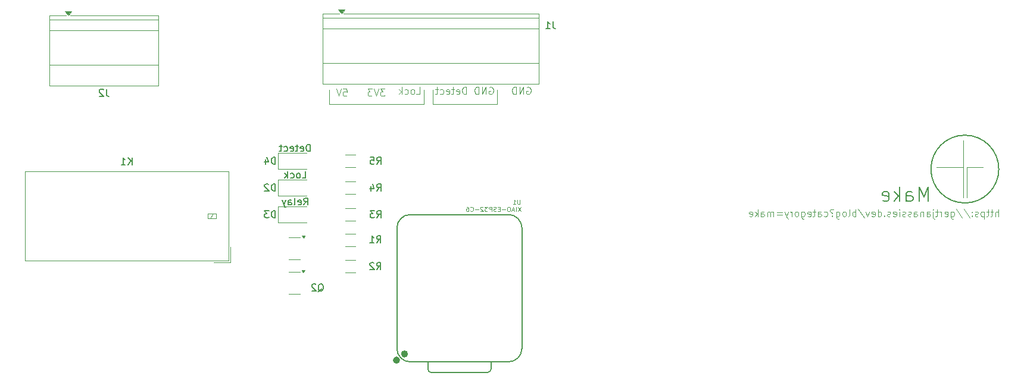
<source format=gbo>
%TF.GenerationSoftware,KiCad,Pcbnew,9.0.2*%
%TF.CreationDate,2025-08-20T17:26:38+02:00*%
%TF.ProjectId,esp32c6-charger,65737033-3263-4362-9d63-686172676572,rev?*%
%TF.SameCoordinates,Original*%
%TF.FileFunction,Legend,Bot*%
%TF.FilePolarity,Positive*%
%FSLAX45Y45*%
G04 Gerber Fmt 4.5, Leading zero omitted, Abs format (unit mm)*
G04 Created by KiCad (PCBNEW 9.0.2) date 2025-08-20 17:26:38*
%MOMM*%
%LPD*%
G01*
G04 APERTURE LIST*
%ADD10C,0.100000*%
%ADD11C,0.200000*%
%ADD12C,0.101600*%
%ADD13C,0.150000*%
%ADD14C,0.127000*%
%ADD15C,0.504000*%
%ADD16C,0.120000*%
G04 APERTURE END LIST*
D10*
X21361400Y-11214100D02*
X21361400Y-11645900D01*
D11*
X21818600Y-11239500D02*
G75*
G02*
X20853400Y-11239500I-482600J0D01*
G01*
X20853400Y-11239500D02*
G75*
G02*
X21818600Y-11239500I482600J0D01*
G01*
D10*
X21310600Y-10833100D02*
X21310600Y-11645900D01*
X13639800Y-10312400D02*
X13639800Y-10109200D01*
X21310600Y-11214100D02*
X20929600Y-11214100D01*
X14681200Y-10312400D02*
X13766800Y-10312400D01*
X14681200Y-10312400D02*
X14681200Y-10109200D01*
X21361400Y-11214100D02*
X21590000Y-11214100D01*
X13639800Y-10312400D02*
X13157200Y-10312400D01*
X12293600Y-10312400D02*
X13157200Y-10312400D01*
X12293600Y-10312400D02*
X12293600Y-10109200D01*
X13766800Y-10312400D02*
X13766800Y-10109200D01*
X14573031Y-10077404D02*
X14582554Y-10072642D01*
X14582554Y-10072642D02*
X14596840Y-10072642D01*
X14596840Y-10072642D02*
X14611126Y-10077404D01*
X14611126Y-10077404D02*
X14620650Y-10086928D01*
X14620650Y-10086928D02*
X14625411Y-10096451D01*
X14625411Y-10096451D02*
X14630173Y-10115499D01*
X14630173Y-10115499D02*
X14630173Y-10129785D01*
X14630173Y-10129785D02*
X14625411Y-10148832D01*
X14625411Y-10148832D02*
X14620650Y-10158356D01*
X14620650Y-10158356D02*
X14611126Y-10167880D01*
X14611126Y-10167880D02*
X14596840Y-10172642D01*
X14596840Y-10172642D02*
X14587316Y-10172642D01*
X14587316Y-10172642D02*
X14573031Y-10167880D01*
X14573031Y-10167880D02*
X14568269Y-10163118D01*
X14568269Y-10163118D02*
X14568269Y-10129785D01*
X14568269Y-10129785D02*
X14587316Y-10129785D01*
X14525411Y-10172642D02*
X14525411Y-10072642D01*
X14525411Y-10072642D02*
X14468269Y-10172642D01*
X14468269Y-10172642D02*
X14468269Y-10072642D01*
X14420650Y-10172642D02*
X14420650Y-10072642D01*
X14420650Y-10072642D02*
X14396840Y-10072642D01*
X14396840Y-10072642D02*
X14382554Y-10077404D01*
X14382554Y-10077404D02*
X14373031Y-10086928D01*
X14373031Y-10086928D02*
X14368269Y-10096451D01*
X14368269Y-10096451D02*
X14363507Y-10115499D01*
X14363507Y-10115499D02*
X14363507Y-10129785D01*
X14363507Y-10129785D02*
X14368269Y-10148832D01*
X14368269Y-10148832D02*
X14373031Y-10158356D01*
X14373031Y-10158356D02*
X14382554Y-10167880D01*
X14382554Y-10167880D02*
X14396840Y-10172642D01*
X14396840Y-10172642D02*
X14420650Y-10172642D01*
X14244411Y-10172642D02*
X14244411Y-10072642D01*
X14244411Y-10072642D02*
X14220602Y-10072642D01*
X14220602Y-10072642D02*
X14206316Y-10077404D01*
X14206316Y-10077404D02*
X14196792Y-10086928D01*
X14196792Y-10086928D02*
X14192031Y-10096451D01*
X14192031Y-10096451D02*
X14187269Y-10115499D01*
X14187269Y-10115499D02*
X14187269Y-10129785D01*
X14187269Y-10129785D02*
X14192031Y-10148832D01*
X14192031Y-10148832D02*
X14196792Y-10158356D01*
X14196792Y-10158356D02*
X14206316Y-10167880D01*
X14206316Y-10167880D02*
X14220602Y-10172642D01*
X14220602Y-10172642D02*
X14244411Y-10172642D01*
X14106316Y-10167880D02*
X14115840Y-10172642D01*
X14115840Y-10172642D02*
X14134888Y-10172642D01*
X14134888Y-10172642D02*
X14144411Y-10167880D01*
X14144411Y-10167880D02*
X14149173Y-10158356D01*
X14149173Y-10158356D02*
X14149173Y-10120261D01*
X14149173Y-10120261D02*
X14144411Y-10110737D01*
X14144411Y-10110737D02*
X14134888Y-10105975D01*
X14134888Y-10105975D02*
X14115840Y-10105975D01*
X14115840Y-10105975D02*
X14106316Y-10110737D01*
X14106316Y-10110737D02*
X14101554Y-10120261D01*
X14101554Y-10120261D02*
X14101554Y-10129785D01*
X14101554Y-10129785D02*
X14149173Y-10139309D01*
X14072983Y-10105975D02*
X14034888Y-10105975D01*
X14058697Y-10072642D02*
X14058697Y-10158356D01*
X14058697Y-10158356D02*
X14053935Y-10167880D01*
X14053935Y-10167880D02*
X14044411Y-10172642D01*
X14044411Y-10172642D02*
X14034888Y-10172642D01*
X13963459Y-10167880D02*
X13972983Y-10172642D01*
X13972983Y-10172642D02*
X13992030Y-10172642D01*
X13992030Y-10172642D02*
X14001554Y-10167880D01*
X14001554Y-10167880D02*
X14006316Y-10158356D01*
X14006316Y-10158356D02*
X14006316Y-10120261D01*
X14006316Y-10120261D02*
X14001554Y-10110737D01*
X14001554Y-10110737D02*
X13992030Y-10105975D01*
X13992030Y-10105975D02*
X13972983Y-10105975D01*
X13972983Y-10105975D02*
X13963459Y-10110737D01*
X13963459Y-10110737D02*
X13958697Y-10120261D01*
X13958697Y-10120261D02*
X13958697Y-10129785D01*
X13958697Y-10129785D02*
X14006316Y-10139309D01*
X13872983Y-10167880D02*
X13882507Y-10172642D01*
X13882507Y-10172642D02*
X13901554Y-10172642D01*
X13901554Y-10172642D02*
X13911078Y-10167880D01*
X13911078Y-10167880D02*
X13915840Y-10163118D01*
X13915840Y-10163118D02*
X13920602Y-10153594D01*
X13920602Y-10153594D02*
X13920602Y-10125023D01*
X13920602Y-10125023D02*
X13915840Y-10115499D01*
X13915840Y-10115499D02*
X13911078Y-10110737D01*
X13911078Y-10110737D02*
X13901554Y-10105975D01*
X13901554Y-10105975D02*
X13882507Y-10105975D01*
X13882507Y-10105975D02*
X13872983Y-10110737D01*
X13844411Y-10105975D02*
X13806316Y-10105975D01*
X13830126Y-10072642D02*
X13830126Y-10158356D01*
X13830126Y-10158356D02*
X13825364Y-10167880D01*
X13825364Y-10167880D02*
X13815840Y-10172642D01*
X13815840Y-10172642D02*
X13806316Y-10172642D01*
X12494992Y-10098042D02*
X12542611Y-10098042D01*
X12542611Y-10098042D02*
X12547373Y-10145661D01*
X12547373Y-10145661D02*
X12542611Y-10140899D01*
X12542611Y-10140899D02*
X12533088Y-10136137D01*
X12533088Y-10136137D02*
X12509278Y-10136137D01*
X12509278Y-10136137D02*
X12499754Y-10140899D01*
X12499754Y-10140899D02*
X12494992Y-10145661D01*
X12494992Y-10145661D02*
X12490231Y-10155185D01*
X12490231Y-10155185D02*
X12490231Y-10178994D01*
X12490231Y-10178994D02*
X12494992Y-10188518D01*
X12494992Y-10188518D02*
X12499754Y-10193280D01*
X12499754Y-10193280D02*
X12509278Y-10198042D01*
X12509278Y-10198042D02*
X12533088Y-10198042D01*
X12533088Y-10198042D02*
X12542611Y-10193280D01*
X12542611Y-10193280D02*
X12547373Y-10188518D01*
X12461659Y-10098042D02*
X12428326Y-10198042D01*
X12428326Y-10198042D02*
X12394992Y-10098042D01*
D11*
X20818023Y-11696584D02*
X20818023Y-11496584D01*
X20818023Y-11496584D02*
X20751356Y-11639441D01*
X20751356Y-11639441D02*
X20684690Y-11496584D01*
X20684690Y-11496584D02*
X20684690Y-11696584D01*
X20503737Y-11696584D02*
X20503737Y-11591822D01*
X20503737Y-11591822D02*
X20513261Y-11572774D01*
X20513261Y-11572774D02*
X20532309Y-11563250D01*
X20532309Y-11563250D02*
X20570404Y-11563250D01*
X20570404Y-11563250D02*
X20589452Y-11572774D01*
X20503737Y-11687060D02*
X20522785Y-11696584D01*
X20522785Y-11696584D02*
X20570404Y-11696584D01*
X20570404Y-11696584D02*
X20589452Y-11687060D01*
X20589452Y-11687060D02*
X20598976Y-11668012D01*
X20598976Y-11668012D02*
X20598976Y-11648965D01*
X20598976Y-11648965D02*
X20589452Y-11629917D01*
X20589452Y-11629917D02*
X20570404Y-11620393D01*
X20570404Y-11620393D02*
X20522785Y-11620393D01*
X20522785Y-11620393D02*
X20503737Y-11610869D01*
X20408499Y-11696584D02*
X20408499Y-11496584D01*
X20389452Y-11620393D02*
X20332309Y-11696584D01*
X20332309Y-11563250D02*
X20408499Y-11639441D01*
X20170404Y-11687060D02*
X20189452Y-11696584D01*
X20189452Y-11696584D02*
X20227547Y-11696584D01*
X20227547Y-11696584D02*
X20246595Y-11687060D01*
X20246595Y-11687060D02*
X20256118Y-11668012D01*
X20256118Y-11668012D02*
X20256118Y-11591822D01*
X20256118Y-11591822D02*
X20246595Y-11572774D01*
X20246595Y-11572774D02*
X20227547Y-11563250D01*
X20227547Y-11563250D02*
X20189452Y-11563250D01*
X20189452Y-11563250D02*
X20170404Y-11572774D01*
X20170404Y-11572774D02*
X20160880Y-11591822D01*
X20160880Y-11591822D02*
X20160880Y-11610869D01*
X20160880Y-11610869D02*
X20256118Y-11629917D01*
D10*
X13536392Y-10172642D02*
X13584011Y-10172642D01*
X13584011Y-10172642D02*
X13584011Y-10072642D01*
X13488773Y-10172642D02*
X13498297Y-10167880D01*
X13498297Y-10167880D02*
X13503059Y-10163118D01*
X13503059Y-10163118D02*
X13507821Y-10153594D01*
X13507821Y-10153594D02*
X13507821Y-10125023D01*
X13507821Y-10125023D02*
X13503059Y-10115499D01*
X13503059Y-10115499D02*
X13498297Y-10110737D01*
X13498297Y-10110737D02*
X13488773Y-10105975D01*
X13488773Y-10105975D02*
X13474488Y-10105975D01*
X13474488Y-10105975D02*
X13464964Y-10110737D01*
X13464964Y-10110737D02*
X13460202Y-10115499D01*
X13460202Y-10115499D02*
X13455440Y-10125023D01*
X13455440Y-10125023D02*
X13455440Y-10153594D01*
X13455440Y-10153594D02*
X13460202Y-10163118D01*
X13460202Y-10163118D02*
X13464964Y-10167880D01*
X13464964Y-10167880D02*
X13474488Y-10172642D01*
X13474488Y-10172642D02*
X13488773Y-10172642D01*
X13369726Y-10167880D02*
X13379250Y-10172642D01*
X13379250Y-10172642D02*
X13398297Y-10172642D01*
X13398297Y-10172642D02*
X13407821Y-10167880D01*
X13407821Y-10167880D02*
X13412583Y-10163118D01*
X13412583Y-10163118D02*
X13417345Y-10153594D01*
X13417345Y-10153594D02*
X13417345Y-10125023D01*
X13417345Y-10125023D02*
X13412583Y-10115499D01*
X13412583Y-10115499D02*
X13407821Y-10110737D01*
X13407821Y-10110737D02*
X13398297Y-10105975D01*
X13398297Y-10105975D02*
X13379250Y-10105975D01*
X13379250Y-10105975D02*
X13369726Y-10110737D01*
X13326869Y-10172642D02*
X13326869Y-10072642D01*
X13317345Y-10134547D02*
X13288773Y-10172642D01*
X13288773Y-10105975D02*
X13326869Y-10144070D01*
X21813612Y-11912542D02*
X21813612Y-11812542D01*
X21770754Y-11912542D02*
X21770754Y-11860161D01*
X21770754Y-11860161D02*
X21775516Y-11850637D01*
X21775516Y-11850637D02*
X21785040Y-11845875D01*
X21785040Y-11845875D02*
X21799326Y-11845875D01*
X21799326Y-11845875D02*
X21808850Y-11850637D01*
X21808850Y-11850637D02*
X21813612Y-11855399D01*
X21737421Y-11845875D02*
X21699326Y-11845875D01*
X21723135Y-11812542D02*
X21723135Y-11898256D01*
X21723135Y-11898256D02*
X21718373Y-11907780D01*
X21718373Y-11907780D02*
X21708850Y-11912542D01*
X21708850Y-11912542D02*
X21699326Y-11912542D01*
X21680278Y-11845875D02*
X21642183Y-11845875D01*
X21665992Y-11812542D02*
X21665992Y-11898256D01*
X21665992Y-11898256D02*
X21661231Y-11907780D01*
X21661231Y-11907780D02*
X21651707Y-11912542D01*
X21651707Y-11912542D02*
X21642183Y-11912542D01*
X21608850Y-11845875D02*
X21608850Y-11945875D01*
X21608850Y-11850637D02*
X21599326Y-11845875D01*
X21599326Y-11845875D02*
X21580278Y-11845875D01*
X21580278Y-11845875D02*
X21570754Y-11850637D01*
X21570754Y-11850637D02*
X21565992Y-11855399D01*
X21565992Y-11855399D02*
X21561231Y-11864923D01*
X21561231Y-11864923D02*
X21561231Y-11893494D01*
X21561231Y-11893494D02*
X21565992Y-11903018D01*
X21565992Y-11903018D02*
X21570754Y-11907780D01*
X21570754Y-11907780D02*
X21580278Y-11912542D01*
X21580278Y-11912542D02*
X21599326Y-11912542D01*
X21599326Y-11912542D02*
X21608850Y-11907780D01*
X21523135Y-11907780D02*
X21513611Y-11912542D01*
X21513611Y-11912542D02*
X21494564Y-11912542D01*
X21494564Y-11912542D02*
X21485040Y-11907780D01*
X21485040Y-11907780D02*
X21480278Y-11898256D01*
X21480278Y-11898256D02*
X21480278Y-11893494D01*
X21480278Y-11893494D02*
X21485040Y-11883970D01*
X21485040Y-11883970D02*
X21494564Y-11879208D01*
X21494564Y-11879208D02*
X21508850Y-11879208D01*
X21508850Y-11879208D02*
X21518373Y-11874447D01*
X21518373Y-11874447D02*
X21523135Y-11864923D01*
X21523135Y-11864923D02*
X21523135Y-11860161D01*
X21523135Y-11860161D02*
X21518373Y-11850637D01*
X21518373Y-11850637D02*
X21508850Y-11845875D01*
X21508850Y-11845875D02*
X21494564Y-11845875D01*
X21494564Y-11845875D02*
X21485040Y-11850637D01*
X21437421Y-11903018D02*
X21432659Y-11907780D01*
X21432659Y-11907780D02*
X21437421Y-11912542D01*
X21437421Y-11912542D02*
X21442183Y-11907780D01*
X21442183Y-11907780D02*
X21437421Y-11903018D01*
X21437421Y-11903018D02*
X21437421Y-11912542D01*
X21437421Y-11850637D02*
X21432659Y-11855399D01*
X21432659Y-11855399D02*
X21437421Y-11860161D01*
X21437421Y-11860161D02*
X21442183Y-11855399D01*
X21442183Y-11855399D02*
X21437421Y-11850637D01*
X21437421Y-11850637D02*
X21437421Y-11860161D01*
X21318373Y-11807780D02*
X21404088Y-11936351D01*
X21213612Y-11807780D02*
X21299326Y-11936351D01*
X21137421Y-11845875D02*
X21137421Y-11926828D01*
X21137421Y-11926828D02*
X21142183Y-11936351D01*
X21142183Y-11936351D02*
X21146945Y-11941113D01*
X21146945Y-11941113D02*
X21156469Y-11945875D01*
X21156469Y-11945875D02*
X21170754Y-11945875D01*
X21170754Y-11945875D02*
X21180278Y-11941113D01*
X21137421Y-11907780D02*
X21146945Y-11912542D01*
X21146945Y-11912542D02*
X21165992Y-11912542D01*
X21165992Y-11912542D02*
X21175516Y-11907780D01*
X21175516Y-11907780D02*
X21180278Y-11903018D01*
X21180278Y-11903018D02*
X21185040Y-11893494D01*
X21185040Y-11893494D02*
X21185040Y-11864923D01*
X21185040Y-11864923D02*
X21180278Y-11855399D01*
X21180278Y-11855399D02*
X21175516Y-11850637D01*
X21175516Y-11850637D02*
X21165992Y-11845875D01*
X21165992Y-11845875D02*
X21146945Y-11845875D01*
X21146945Y-11845875D02*
X21137421Y-11850637D01*
X21051707Y-11907780D02*
X21061231Y-11912542D01*
X21061231Y-11912542D02*
X21080278Y-11912542D01*
X21080278Y-11912542D02*
X21089802Y-11907780D01*
X21089802Y-11907780D02*
X21094564Y-11898256D01*
X21094564Y-11898256D02*
X21094564Y-11860161D01*
X21094564Y-11860161D02*
X21089802Y-11850637D01*
X21089802Y-11850637D02*
X21080278Y-11845875D01*
X21080278Y-11845875D02*
X21061231Y-11845875D01*
X21061231Y-11845875D02*
X21051707Y-11850637D01*
X21051707Y-11850637D02*
X21046945Y-11860161D01*
X21046945Y-11860161D02*
X21046945Y-11869685D01*
X21046945Y-11869685D02*
X21094564Y-11879208D01*
X21004088Y-11912542D02*
X21004088Y-11845875D01*
X21004088Y-11864923D02*
X20999326Y-11855399D01*
X20999326Y-11855399D02*
X20994564Y-11850637D01*
X20994564Y-11850637D02*
X20985040Y-11845875D01*
X20985040Y-11845875D02*
X20975516Y-11845875D01*
X20956469Y-11845875D02*
X20918373Y-11845875D01*
X20942183Y-11812542D02*
X20942183Y-11898256D01*
X20942183Y-11898256D02*
X20937421Y-11907780D01*
X20937421Y-11907780D02*
X20927897Y-11912542D01*
X20927897Y-11912542D02*
X20918373Y-11912542D01*
X20885040Y-11845875D02*
X20885040Y-11931589D01*
X20885040Y-11931589D02*
X20889802Y-11941113D01*
X20889802Y-11941113D02*
X20899326Y-11945875D01*
X20899326Y-11945875D02*
X20904088Y-11945875D01*
X20885040Y-11812542D02*
X20889802Y-11817304D01*
X20889802Y-11817304D02*
X20885040Y-11822066D01*
X20885040Y-11822066D02*
X20880278Y-11817304D01*
X20880278Y-11817304D02*
X20885040Y-11812542D01*
X20885040Y-11812542D02*
X20885040Y-11822066D01*
X20794564Y-11912542D02*
X20794564Y-11860161D01*
X20794564Y-11860161D02*
X20799326Y-11850637D01*
X20799326Y-11850637D02*
X20808850Y-11845875D01*
X20808850Y-11845875D02*
X20827897Y-11845875D01*
X20827897Y-11845875D02*
X20837421Y-11850637D01*
X20794564Y-11907780D02*
X20804088Y-11912542D01*
X20804088Y-11912542D02*
X20827897Y-11912542D01*
X20827897Y-11912542D02*
X20837421Y-11907780D01*
X20837421Y-11907780D02*
X20842183Y-11898256D01*
X20842183Y-11898256D02*
X20842183Y-11888732D01*
X20842183Y-11888732D02*
X20837421Y-11879208D01*
X20837421Y-11879208D02*
X20827897Y-11874447D01*
X20827897Y-11874447D02*
X20804088Y-11874447D01*
X20804088Y-11874447D02*
X20794564Y-11869685D01*
X20746945Y-11845875D02*
X20746945Y-11912542D01*
X20746945Y-11855399D02*
X20742183Y-11850637D01*
X20742183Y-11850637D02*
X20732659Y-11845875D01*
X20732659Y-11845875D02*
X20718373Y-11845875D01*
X20718373Y-11845875D02*
X20708850Y-11850637D01*
X20708850Y-11850637D02*
X20704088Y-11860161D01*
X20704088Y-11860161D02*
X20704088Y-11912542D01*
X20613611Y-11912542D02*
X20613611Y-11860161D01*
X20613611Y-11860161D02*
X20618373Y-11850637D01*
X20618373Y-11850637D02*
X20627897Y-11845875D01*
X20627897Y-11845875D02*
X20646945Y-11845875D01*
X20646945Y-11845875D02*
X20656469Y-11850637D01*
X20613611Y-11907780D02*
X20623135Y-11912542D01*
X20623135Y-11912542D02*
X20646945Y-11912542D01*
X20646945Y-11912542D02*
X20656469Y-11907780D01*
X20656469Y-11907780D02*
X20661230Y-11898256D01*
X20661230Y-11898256D02*
X20661230Y-11888732D01*
X20661230Y-11888732D02*
X20656469Y-11879208D01*
X20656469Y-11879208D02*
X20646945Y-11874447D01*
X20646945Y-11874447D02*
X20623135Y-11874447D01*
X20623135Y-11874447D02*
X20613611Y-11869685D01*
X20570754Y-11907780D02*
X20561230Y-11912542D01*
X20561230Y-11912542D02*
X20542183Y-11912542D01*
X20542183Y-11912542D02*
X20532659Y-11907780D01*
X20532659Y-11907780D02*
X20527897Y-11898256D01*
X20527897Y-11898256D02*
X20527897Y-11893494D01*
X20527897Y-11893494D02*
X20532659Y-11883970D01*
X20532659Y-11883970D02*
X20542183Y-11879208D01*
X20542183Y-11879208D02*
X20556469Y-11879208D01*
X20556469Y-11879208D02*
X20565992Y-11874447D01*
X20565992Y-11874447D02*
X20570754Y-11864923D01*
X20570754Y-11864923D02*
X20570754Y-11860161D01*
X20570754Y-11860161D02*
X20565992Y-11850637D01*
X20565992Y-11850637D02*
X20556469Y-11845875D01*
X20556469Y-11845875D02*
X20542183Y-11845875D01*
X20542183Y-11845875D02*
X20532659Y-11850637D01*
X20489802Y-11907780D02*
X20480278Y-11912542D01*
X20480278Y-11912542D02*
X20461230Y-11912542D01*
X20461230Y-11912542D02*
X20451707Y-11907780D01*
X20451707Y-11907780D02*
X20446945Y-11898256D01*
X20446945Y-11898256D02*
X20446945Y-11893494D01*
X20446945Y-11893494D02*
X20451707Y-11883970D01*
X20451707Y-11883970D02*
X20461230Y-11879208D01*
X20461230Y-11879208D02*
X20475516Y-11879208D01*
X20475516Y-11879208D02*
X20485040Y-11874447D01*
X20485040Y-11874447D02*
X20489802Y-11864923D01*
X20489802Y-11864923D02*
X20489802Y-11860161D01*
X20489802Y-11860161D02*
X20485040Y-11850637D01*
X20485040Y-11850637D02*
X20475516Y-11845875D01*
X20475516Y-11845875D02*
X20461230Y-11845875D01*
X20461230Y-11845875D02*
X20451707Y-11850637D01*
X20404088Y-11912542D02*
X20404088Y-11845875D01*
X20404088Y-11812542D02*
X20408849Y-11817304D01*
X20408849Y-11817304D02*
X20404088Y-11822066D01*
X20404088Y-11822066D02*
X20399326Y-11817304D01*
X20399326Y-11817304D02*
X20404088Y-11812542D01*
X20404088Y-11812542D02*
X20404088Y-11822066D01*
X20318373Y-11907780D02*
X20327897Y-11912542D01*
X20327897Y-11912542D02*
X20346945Y-11912542D01*
X20346945Y-11912542D02*
X20356469Y-11907780D01*
X20356469Y-11907780D02*
X20361230Y-11898256D01*
X20361230Y-11898256D02*
X20361230Y-11860161D01*
X20361230Y-11860161D02*
X20356469Y-11850637D01*
X20356469Y-11850637D02*
X20346945Y-11845875D01*
X20346945Y-11845875D02*
X20327897Y-11845875D01*
X20327897Y-11845875D02*
X20318373Y-11850637D01*
X20318373Y-11850637D02*
X20313611Y-11860161D01*
X20313611Y-11860161D02*
X20313611Y-11869685D01*
X20313611Y-11869685D02*
X20361230Y-11879208D01*
X20275516Y-11907780D02*
X20265992Y-11912542D01*
X20265992Y-11912542D02*
X20246945Y-11912542D01*
X20246945Y-11912542D02*
X20237421Y-11907780D01*
X20237421Y-11907780D02*
X20232659Y-11898256D01*
X20232659Y-11898256D02*
X20232659Y-11893494D01*
X20232659Y-11893494D02*
X20237421Y-11883970D01*
X20237421Y-11883970D02*
X20246945Y-11879208D01*
X20246945Y-11879208D02*
X20261230Y-11879208D01*
X20261230Y-11879208D02*
X20270754Y-11874447D01*
X20270754Y-11874447D02*
X20275516Y-11864923D01*
X20275516Y-11864923D02*
X20275516Y-11860161D01*
X20275516Y-11860161D02*
X20270754Y-11850637D01*
X20270754Y-11850637D02*
X20261230Y-11845875D01*
X20261230Y-11845875D02*
X20246945Y-11845875D01*
X20246945Y-11845875D02*
X20237421Y-11850637D01*
X20189802Y-11903018D02*
X20185040Y-11907780D01*
X20185040Y-11907780D02*
X20189802Y-11912542D01*
X20189802Y-11912542D02*
X20194564Y-11907780D01*
X20194564Y-11907780D02*
X20189802Y-11903018D01*
X20189802Y-11903018D02*
X20189802Y-11912542D01*
X20099326Y-11912542D02*
X20099326Y-11812542D01*
X20099326Y-11907780D02*
X20108850Y-11912542D01*
X20108850Y-11912542D02*
X20127897Y-11912542D01*
X20127897Y-11912542D02*
X20137421Y-11907780D01*
X20137421Y-11907780D02*
X20142183Y-11903018D01*
X20142183Y-11903018D02*
X20146945Y-11893494D01*
X20146945Y-11893494D02*
X20146945Y-11864923D01*
X20146945Y-11864923D02*
X20142183Y-11855399D01*
X20142183Y-11855399D02*
X20137421Y-11850637D01*
X20137421Y-11850637D02*
X20127897Y-11845875D01*
X20127897Y-11845875D02*
X20108850Y-11845875D01*
X20108850Y-11845875D02*
X20099326Y-11850637D01*
X20013611Y-11907780D02*
X20023135Y-11912542D01*
X20023135Y-11912542D02*
X20042183Y-11912542D01*
X20042183Y-11912542D02*
X20051707Y-11907780D01*
X20051707Y-11907780D02*
X20056469Y-11898256D01*
X20056469Y-11898256D02*
X20056469Y-11860161D01*
X20056469Y-11860161D02*
X20051707Y-11850637D01*
X20051707Y-11850637D02*
X20042183Y-11845875D01*
X20042183Y-11845875D02*
X20023135Y-11845875D01*
X20023135Y-11845875D02*
X20013611Y-11850637D01*
X20013611Y-11850637D02*
X20008850Y-11860161D01*
X20008850Y-11860161D02*
X20008850Y-11869685D01*
X20008850Y-11869685D02*
X20056469Y-11879208D01*
X19975516Y-11845875D02*
X19951707Y-11912542D01*
X19951707Y-11912542D02*
X19927897Y-11845875D01*
X19818373Y-11807780D02*
X19904088Y-11936351D01*
X19785040Y-11912542D02*
X19785040Y-11812542D01*
X19785040Y-11850637D02*
X19775516Y-11845875D01*
X19775516Y-11845875D02*
X19756469Y-11845875D01*
X19756469Y-11845875D02*
X19746945Y-11850637D01*
X19746945Y-11850637D02*
X19742183Y-11855399D01*
X19742183Y-11855399D02*
X19737421Y-11864923D01*
X19737421Y-11864923D02*
X19737421Y-11893494D01*
X19737421Y-11893494D02*
X19742183Y-11903018D01*
X19742183Y-11903018D02*
X19746945Y-11907780D01*
X19746945Y-11907780D02*
X19756469Y-11912542D01*
X19756469Y-11912542D02*
X19775516Y-11912542D01*
X19775516Y-11912542D02*
X19785040Y-11907780D01*
X19680278Y-11912542D02*
X19689802Y-11907780D01*
X19689802Y-11907780D02*
X19694564Y-11898256D01*
X19694564Y-11898256D02*
X19694564Y-11812542D01*
X19627897Y-11912542D02*
X19637421Y-11907780D01*
X19637421Y-11907780D02*
X19642183Y-11903018D01*
X19642183Y-11903018D02*
X19646945Y-11893494D01*
X19646945Y-11893494D02*
X19646945Y-11864923D01*
X19646945Y-11864923D02*
X19642183Y-11855399D01*
X19642183Y-11855399D02*
X19637421Y-11850637D01*
X19637421Y-11850637D02*
X19627897Y-11845875D01*
X19627897Y-11845875D02*
X19613611Y-11845875D01*
X19613611Y-11845875D02*
X19604088Y-11850637D01*
X19604088Y-11850637D02*
X19599326Y-11855399D01*
X19599326Y-11855399D02*
X19594564Y-11864923D01*
X19594564Y-11864923D02*
X19594564Y-11893494D01*
X19594564Y-11893494D02*
X19599326Y-11903018D01*
X19599326Y-11903018D02*
X19604088Y-11907780D01*
X19604088Y-11907780D02*
X19613611Y-11912542D01*
X19613611Y-11912542D02*
X19627897Y-11912542D01*
X19508849Y-11845875D02*
X19508849Y-11926828D01*
X19508849Y-11926828D02*
X19513611Y-11936351D01*
X19513611Y-11936351D02*
X19518373Y-11941113D01*
X19518373Y-11941113D02*
X19527897Y-11945875D01*
X19527897Y-11945875D02*
X19542183Y-11945875D01*
X19542183Y-11945875D02*
X19551707Y-11941113D01*
X19508849Y-11907780D02*
X19518373Y-11912542D01*
X19518373Y-11912542D02*
X19537421Y-11912542D01*
X19537421Y-11912542D02*
X19546945Y-11907780D01*
X19546945Y-11907780D02*
X19551707Y-11903018D01*
X19551707Y-11903018D02*
X19556468Y-11893494D01*
X19556468Y-11893494D02*
X19556468Y-11864923D01*
X19556468Y-11864923D02*
X19551707Y-11855399D01*
X19551707Y-11855399D02*
X19546945Y-11850637D01*
X19546945Y-11850637D02*
X19537421Y-11845875D01*
X19537421Y-11845875D02*
X19518373Y-11845875D01*
X19518373Y-11845875D02*
X19508849Y-11850637D01*
X19446945Y-11903018D02*
X19442183Y-11907780D01*
X19442183Y-11907780D02*
X19446945Y-11912542D01*
X19446945Y-11912542D02*
X19451707Y-11907780D01*
X19451707Y-11907780D02*
X19446945Y-11903018D01*
X19446945Y-11903018D02*
X19446945Y-11912542D01*
X19465992Y-11817304D02*
X19456468Y-11812542D01*
X19456468Y-11812542D02*
X19432659Y-11812542D01*
X19432659Y-11812542D02*
X19423135Y-11817304D01*
X19423135Y-11817304D02*
X19418373Y-11826828D01*
X19418373Y-11826828D02*
X19418373Y-11836351D01*
X19418373Y-11836351D02*
X19423135Y-11845875D01*
X19423135Y-11845875D02*
X19427897Y-11850637D01*
X19427897Y-11850637D02*
X19437421Y-11855399D01*
X19437421Y-11855399D02*
X19442183Y-11860161D01*
X19442183Y-11860161D02*
X19446945Y-11869685D01*
X19446945Y-11869685D02*
X19446945Y-11874447D01*
X19332659Y-11907780D02*
X19342183Y-11912542D01*
X19342183Y-11912542D02*
X19361230Y-11912542D01*
X19361230Y-11912542D02*
X19370754Y-11907780D01*
X19370754Y-11907780D02*
X19375516Y-11903018D01*
X19375516Y-11903018D02*
X19380278Y-11893494D01*
X19380278Y-11893494D02*
X19380278Y-11864923D01*
X19380278Y-11864923D02*
X19375516Y-11855399D01*
X19375516Y-11855399D02*
X19370754Y-11850637D01*
X19370754Y-11850637D02*
X19361230Y-11845875D01*
X19361230Y-11845875D02*
X19342183Y-11845875D01*
X19342183Y-11845875D02*
X19332659Y-11850637D01*
X19246945Y-11912542D02*
X19246945Y-11860161D01*
X19246945Y-11860161D02*
X19251707Y-11850637D01*
X19251707Y-11850637D02*
X19261230Y-11845875D01*
X19261230Y-11845875D02*
X19280278Y-11845875D01*
X19280278Y-11845875D02*
X19289802Y-11850637D01*
X19246945Y-11907780D02*
X19256468Y-11912542D01*
X19256468Y-11912542D02*
X19280278Y-11912542D01*
X19280278Y-11912542D02*
X19289802Y-11907780D01*
X19289802Y-11907780D02*
X19294564Y-11898256D01*
X19294564Y-11898256D02*
X19294564Y-11888732D01*
X19294564Y-11888732D02*
X19289802Y-11879208D01*
X19289802Y-11879208D02*
X19280278Y-11874447D01*
X19280278Y-11874447D02*
X19256468Y-11874447D01*
X19256468Y-11874447D02*
X19246945Y-11869685D01*
X19213611Y-11845875D02*
X19175516Y-11845875D01*
X19199326Y-11812542D02*
X19199326Y-11898256D01*
X19199326Y-11898256D02*
X19194564Y-11907780D01*
X19194564Y-11907780D02*
X19185040Y-11912542D01*
X19185040Y-11912542D02*
X19175516Y-11912542D01*
X19104087Y-11907780D02*
X19113611Y-11912542D01*
X19113611Y-11912542D02*
X19132659Y-11912542D01*
X19132659Y-11912542D02*
X19142183Y-11907780D01*
X19142183Y-11907780D02*
X19146945Y-11898256D01*
X19146945Y-11898256D02*
X19146945Y-11860161D01*
X19146945Y-11860161D02*
X19142183Y-11850637D01*
X19142183Y-11850637D02*
X19132659Y-11845875D01*
X19132659Y-11845875D02*
X19113611Y-11845875D01*
X19113611Y-11845875D02*
X19104087Y-11850637D01*
X19104087Y-11850637D02*
X19099326Y-11860161D01*
X19099326Y-11860161D02*
X19099326Y-11869685D01*
X19099326Y-11869685D02*
X19146945Y-11879208D01*
X19013611Y-11845875D02*
X19013611Y-11926828D01*
X19013611Y-11926828D02*
X19018373Y-11936351D01*
X19018373Y-11936351D02*
X19023135Y-11941113D01*
X19023135Y-11941113D02*
X19032659Y-11945875D01*
X19032659Y-11945875D02*
X19046945Y-11945875D01*
X19046945Y-11945875D02*
X19056468Y-11941113D01*
X19013611Y-11907780D02*
X19023135Y-11912542D01*
X19023135Y-11912542D02*
X19042183Y-11912542D01*
X19042183Y-11912542D02*
X19051706Y-11907780D01*
X19051706Y-11907780D02*
X19056468Y-11903018D01*
X19056468Y-11903018D02*
X19061230Y-11893494D01*
X19061230Y-11893494D02*
X19061230Y-11864923D01*
X19061230Y-11864923D02*
X19056468Y-11855399D01*
X19056468Y-11855399D02*
X19051706Y-11850637D01*
X19051706Y-11850637D02*
X19042183Y-11845875D01*
X19042183Y-11845875D02*
X19023135Y-11845875D01*
X19023135Y-11845875D02*
X19013611Y-11850637D01*
X18951706Y-11912542D02*
X18961230Y-11907780D01*
X18961230Y-11907780D02*
X18965992Y-11903018D01*
X18965992Y-11903018D02*
X18970754Y-11893494D01*
X18970754Y-11893494D02*
X18970754Y-11864923D01*
X18970754Y-11864923D02*
X18965992Y-11855399D01*
X18965992Y-11855399D02*
X18961230Y-11850637D01*
X18961230Y-11850637D02*
X18951706Y-11845875D01*
X18951706Y-11845875D02*
X18937421Y-11845875D01*
X18937421Y-11845875D02*
X18927897Y-11850637D01*
X18927897Y-11850637D02*
X18923135Y-11855399D01*
X18923135Y-11855399D02*
X18918373Y-11864923D01*
X18918373Y-11864923D02*
X18918373Y-11893494D01*
X18918373Y-11893494D02*
X18923135Y-11903018D01*
X18923135Y-11903018D02*
X18927897Y-11907780D01*
X18927897Y-11907780D02*
X18937421Y-11912542D01*
X18937421Y-11912542D02*
X18951706Y-11912542D01*
X18875516Y-11912542D02*
X18875516Y-11845875D01*
X18875516Y-11864923D02*
X18870754Y-11855399D01*
X18870754Y-11855399D02*
X18865992Y-11850637D01*
X18865992Y-11850637D02*
X18856468Y-11845875D01*
X18856468Y-11845875D02*
X18846945Y-11845875D01*
X18823135Y-11845875D02*
X18799325Y-11912542D01*
X18775516Y-11845875D02*
X18799325Y-11912542D01*
X18799325Y-11912542D02*
X18808849Y-11936351D01*
X18808849Y-11936351D02*
X18813611Y-11941113D01*
X18813611Y-11941113D02*
X18823135Y-11945875D01*
X18737421Y-11860161D02*
X18661230Y-11860161D01*
X18661230Y-11888732D02*
X18737421Y-11888732D01*
X18613611Y-11912542D02*
X18613611Y-11845875D01*
X18613611Y-11855399D02*
X18608849Y-11850637D01*
X18608849Y-11850637D02*
X18599325Y-11845875D01*
X18599325Y-11845875D02*
X18585040Y-11845875D01*
X18585040Y-11845875D02*
X18575516Y-11850637D01*
X18575516Y-11850637D02*
X18570754Y-11860161D01*
X18570754Y-11860161D02*
X18570754Y-11912542D01*
X18570754Y-11860161D02*
X18565992Y-11850637D01*
X18565992Y-11850637D02*
X18556468Y-11845875D01*
X18556468Y-11845875D02*
X18542183Y-11845875D01*
X18542183Y-11845875D02*
X18532659Y-11850637D01*
X18532659Y-11850637D02*
X18527897Y-11860161D01*
X18527897Y-11860161D02*
X18527897Y-11912542D01*
X18437421Y-11912542D02*
X18437421Y-11860161D01*
X18437421Y-11860161D02*
X18442183Y-11850637D01*
X18442183Y-11850637D02*
X18451706Y-11845875D01*
X18451706Y-11845875D02*
X18470754Y-11845875D01*
X18470754Y-11845875D02*
X18480278Y-11850637D01*
X18437421Y-11907780D02*
X18446945Y-11912542D01*
X18446945Y-11912542D02*
X18470754Y-11912542D01*
X18470754Y-11912542D02*
X18480278Y-11907780D01*
X18480278Y-11907780D02*
X18485040Y-11898256D01*
X18485040Y-11898256D02*
X18485040Y-11888732D01*
X18485040Y-11888732D02*
X18480278Y-11879208D01*
X18480278Y-11879208D02*
X18470754Y-11874447D01*
X18470754Y-11874447D02*
X18446945Y-11874447D01*
X18446945Y-11874447D02*
X18437421Y-11869685D01*
X18389802Y-11912542D02*
X18389802Y-11812542D01*
X18380278Y-11874447D02*
X18351706Y-11912542D01*
X18351706Y-11845875D02*
X18389802Y-11883970D01*
X18270754Y-11907780D02*
X18280278Y-11912542D01*
X18280278Y-11912542D02*
X18299325Y-11912542D01*
X18299325Y-11912542D02*
X18308849Y-11907780D01*
X18308849Y-11907780D02*
X18313611Y-11898256D01*
X18313611Y-11898256D02*
X18313611Y-11860161D01*
X18313611Y-11860161D02*
X18308849Y-11850637D01*
X18308849Y-11850637D02*
X18299325Y-11845875D01*
X18299325Y-11845875D02*
X18280278Y-11845875D01*
X18280278Y-11845875D02*
X18270754Y-11850637D01*
X18270754Y-11850637D02*
X18265992Y-11860161D01*
X18265992Y-11860161D02*
X18265992Y-11869685D01*
X18265992Y-11869685D02*
X18313611Y-11879208D01*
X13085535Y-10098042D02*
X13023631Y-10098042D01*
X13023631Y-10098042D02*
X13056964Y-10136137D01*
X13056964Y-10136137D02*
X13042678Y-10136137D01*
X13042678Y-10136137D02*
X13033154Y-10140899D01*
X13033154Y-10140899D02*
X13028392Y-10145661D01*
X13028392Y-10145661D02*
X13023631Y-10155185D01*
X13023631Y-10155185D02*
X13023631Y-10178994D01*
X13023631Y-10178994D02*
X13028392Y-10188518D01*
X13028392Y-10188518D02*
X13033154Y-10193280D01*
X13033154Y-10193280D02*
X13042678Y-10198042D01*
X13042678Y-10198042D02*
X13071250Y-10198042D01*
X13071250Y-10198042D02*
X13080773Y-10193280D01*
X13080773Y-10193280D02*
X13085535Y-10188518D01*
X12995059Y-10098042D02*
X12961726Y-10198042D01*
X12961726Y-10198042D02*
X12928392Y-10098042D01*
X12904583Y-10098042D02*
X12842678Y-10098042D01*
X12842678Y-10098042D02*
X12876011Y-10136137D01*
X12876011Y-10136137D02*
X12861726Y-10136137D01*
X12861726Y-10136137D02*
X12852202Y-10140899D01*
X12852202Y-10140899D02*
X12847440Y-10145661D01*
X12847440Y-10145661D02*
X12842678Y-10155185D01*
X12842678Y-10155185D02*
X12842678Y-10178994D01*
X12842678Y-10178994D02*
X12847440Y-10188518D01*
X12847440Y-10188518D02*
X12852202Y-10193280D01*
X12852202Y-10193280D02*
X12861726Y-10198042D01*
X12861726Y-10198042D02*
X12890297Y-10198042D01*
X12890297Y-10198042D02*
X12899821Y-10193280D01*
X12899821Y-10193280D02*
X12904583Y-10188518D01*
X15106431Y-10077404D02*
X15115954Y-10072642D01*
X15115954Y-10072642D02*
X15130240Y-10072642D01*
X15130240Y-10072642D02*
X15144526Y-10077404D01*
X15144526Y-10077404D02*
X15154050Y-10086928D01*
X15154050Y-10086928D02*
X15158811Y-10096451D01*
X15158811Y-10096451D02*
X15163573Y-10115499D01*
X15163573Y-10115499D02*
X15163573Y-10129785D01*
X15163573Y-10129785D02*
X15158811Y-10148832D01*
X15158811Y-10148832D02*
X15154050Y-10158356D01*
X15154050Y-10158356D02*
X15144526Y-10167880D01*
X15144526Y-10167880D02*
X15130240Y-10172642D01*
X15130240Y-10172642D02*
X15120716Y-10172642D01*
X15120716Y-10172642D02*
X15106431Y-10167880D01*
X15106431Y-10167880D02*
X15101669Y-10163118D01*
X15101669Y-10163118D02*
X15101669Y-10129785D01*
X15101669Y-10129785D02*
X15120716Y-10129785D01*
X15058811Y-10172642D02*
X15058811Y-10072642D01*
X15058811Y-10072642D02*
X15001669Y-10172642D01*
X15001669Y-10172642D02*
X15001669Y-10072642D01*
X14954050Y-10172642D02*
X14954050Y-10072642D01*
X14954050Y-10072642D02*
X14930240Y-10072642D01*
X14930240Y-10072642D02*
X14915954Y-10077404D01*
X14915954Y-10077404D02*
X14906431Y-10086928D01*
X14906431Y-10086928D02*
X14901669Y-10096451D01*
X14901669Y-10096451D02*
X14896907Y-10115499D01*
X14896907Y-10115499D02*
X14896907Y-10129785D01*
X14896907Y-10129785D02*
X14901669Y-10148832D01*
X14901669Y-10148832D02*
X14906431Y-10158356D01*
X14906431Y-10158356D02*
X14915954Y-10167880D01*
X14915954Y-10167880D02*
X14930240Y-10172642D01*
X14930240Y-10172642D02*
X14954050Y-10172642D01*
D12*
X15008981Y-11674748D02*
X15008981Y-11726153D01*
X15008981Y-11726153D02*
X15005957Y-11732200D01*
X15005957Y-11732200D02*
X15002933Y-11735224D01*
X15002933Y-11735224D02*
X14996886Y-11738248D01*
X14996886Y-11738248D02*
X14984790Y-11738248D01*
X14984790Y-11738248D02*
X14978743Y-11735224D01*
X14978743Y-11735224D02*
X14975719Y-11732200D01*
X14975719Y-11732200D02*
X14972695Y-11726153D01*
X14972695Y-11726153D02*
X14972695Y-11674748D01*
X14909195Y-11738248D02*
X14945481Y-11738248D01*
X14927338Y-11738248D02*
X14927338Y-11674748D01*
X14927338Y-11674748D02*
X14933386Y-11683819D01*
X14933386Y-11683819D02*
X14939433Y-11689867D01*
X14939433Y-11689867D02*
X14945481Y-11692891D01*
X15018959Y-11776348D02*
X14976626Y-11839848D01*
X14976626Y-11776348D02*
X15018959Y-11839848D01*
X14952436Y-11839848D02*
X14952436Y-11776348D01*
X14925221Y-11821705D02*
X14894983Y-11821705D01*
X14931269Y-11839848D02*
X14910102Y-11776348D01*
X14910102Y-11776348D02*
X14888936Y-11839848D01*
X14855674Y-11776348D02*
X14843578Y-11776348D01*
X14843578Y-11776348D02*
X14837531Y-11779372D01*
X14837531Y-11779372D02*
X14831483Y-11785419D01*
X14831483Y-11785419D02*
X14828459Y-11797514D01*
X14828459Y-11797514D02*
X14828459Y-11818681D01*
X14828459Y-11818681D02*
X14831483Y-11830776D01*
X14831483Y-11830776D02*
X14837531Y-11836824D01*
X14837531Y-11836824D02*
X14843578Y-11839848D01*
X14843578Y-11839848D02*
X14855674Y-11839848D01*
X14855674Y-11839848D02*
X14861721Y-11836824D01*
X14861721Y-11836824D02*
X14867769Y-11830776D01*
X14867769Y-11830776D02*
X14870793Y-11818681D01*
X14870793Y-11818681D02*
X14870793Y-11797514D01*
X14870793Y-11797514D02*
X14867769Y-11785419D01*
X14867769Y-11785419D02*
X14861721Y-11779372D01*
X14861721Y-11779372D02*
X14855674Y-11776348D01*
X14801245Y-11815657D02*
X14752864Y-11815657D01*
X14722626Y-11806586D02*
X14701459Y-11806586D01*
X14692388Y-11839848D02*
X14722626Y-11839848D01*
X14722626Y-11839848D02*
X14722626Y-11776348D01*
X14722626Y-11776348D02*
X14692388Y-11776348D01*
X14668197Y-11836824D02*
X14659126Y-11839848D01*
X14659126Y-11839848D02*
X14644007Y-11839848D01*
X14644007Y-11839848D02*
X14637959Y-11836824D01*
X14637959Y-11836824D02*
X14634936Y-11833800D01*
X14634936Y-11833800D02*
X14631912Y-11827753D01*
X14631912Y-11827753D02*
X14631912Y-11821705D01*
X14631912Y-11821705D02*
X14634936Y-11815657D01*
X14634936Y-11815657D02*
X14637959Y-11812634D01*
X14637959Y-11812634D02*
X14644007Y-11809610D01*
X14644007Y-11809610D02*
X14656102Y-11806586D01*
X14656102Y-11806586D02*
X14662150Y-11803562D01*
X14662150Y-11803562D02*
X14665174Y-11800538D01*
X14665174Y-11800538D02*
X14668197Y-11794491D01*
X14668197Y-11794491D02*
X14668197Y-11788443D01*
X14668197Y-11788443D02*
X14665174Y-11782395D01*
X14665174Y-11782395D02*
X14662150Y-11779372D01*
X14662150Y-11779372D02*
X14656102Y-11776348D01*
X14656102Y-11776348D02*
X14640983Y-11776348D01*
X14640983Y-11776348D02*
X14631912Y-11779372D01*
X14604697Y-11839848D02*
X14604697Y-11776348D01*
X14604697Y-11776348D02*
X14580507Y-11776348D01*
X14580507Y-11776348D02*
X14574459Y-11779372D01*
X14574459Y-11779372D02*
X14571436Y-11782395D01*
X14571436Y-11782395D02*
X14568412Y-11788443D01*
X14568412Y-11788443D02*
X14568412Y-11797514D01*
X14568412Y-11797514D02*
X14571436Y-11803562D01*
X14571436Y-11803562D02*
X14574459Y-11806586D01*
X14574459Y-11806586D02*
X14580507Y-11809610D01*
X14580507Y-11809610D02*
X14604697Y-11809610D01*
X14547245Y-11776348D02*
X14507936Y-11776348D01*
X14507936Y-11776348D02*
X14529102Y-11800538D01*
X14529102Y-11800538D02*
X14520031Y-11800538D01*
X14520031Y-11800538D02*
X14513983Y-11803562D01*
X14513983Y-11803562D02*
X14510959Y-11806586D01*
X14510959Y-11806586D02*
X14507936Y-11812634D01*
X14507936Y-11812634D02*
X14507936Y-11827753D01*
X14507936Y-11827753D02*
X14510959Y-11833800D01*
X14510959Y-11833800D02*
X14513983Y-11836824D01*
X14513983Y-11836824D02*
X14520031Y-11839848D01*
X14520031Y-11839848D02*
X14538174Y-11839848D01*
X14538174Y-11839848D02*
X14544221Y-11836824D01*
X14544221Y-11836824D02*
X14547245Y-11833800D01*
X14483745Y-11782395D02*
X14480721Y-11779372D01*
X14480721Y-11779372D02*
X14474674Y-11776348D01*
X14474674Y-11776348D02*
X14459555Y-11776348D01*
X14459555Y-11776348D02*
X14453507Y-11779372D01*
X14453507Y-11779372D02*
X14450483Y-11782395D01*
X14450483Y-11782395D02*
X14447459Y-11788443D01*
X14447459Y-11788443D02*
X14447459Y-11794491D01*
X14447459Y-11794491D02*
X14450483Y-11803562D01*
X14450483Y-11803562D02*
X14486769Y-11839848D01*
X14486769Y-11839848D02*
X14447459Y-11839848D01*
X14420245Y-11815657D02*
X14371864Y-11815657D01*
X14305340Y-11833800D02*
X14308364Y-11836824D01*
X14308364Y-11836824D02*
X14317436Y-11839848D01*
X14317436Y-11839848D02*
X14323483Y-11839848D01*
X14323483Y-11839848D02*
X14332555Y-11836824D01*
X14332555Y-11836824D02*
X14338602Y-11830776D01*
X14338602Y-11830776D02*
X14341626Y-11824729D01*
X14341626Y-11824729D02*
X14344650Y-11812634D01*
X14344650Y-11812634D02*
X14344650Y-11803562D01*
X14344650Y-11803562D02*
X14341626Y-11791467D01*
X14341626Y-11791467D02*
X14338602Y-11785419D01*
X14338602Y-11785419D02*
X14332555Y-11779372D01*
X14332555Y-11779372D02*
X14323483Y-11776348D01*
X14323483Y-11776348D02*
X14317436Y-11776348D01*
X14317436Y-11776348D02*
X14308364Y-11779372D01*
X14308364Y-11779372D02*
X14305340Y-11782395D01*
X14250912Y-11776348D02*
X14263007Y-11776348D01*
X14263007Y-11776348D02*
X14269055Y-11779372D01*
X14269055Y-11779372D02*
X14272078Y-11782395D01*
X14272078Y-11782395D02*
X14278126Y-11791467D01*
X14278126Y-11791467D02*
X14281150Y-11803562D01*
X14281150Y-11803562D02*
X14281150Y-11827753D01*
X14281150Y-11827753D02*
X14278126Y-11833800D01*
X14278126Y-11833800D02*
X14275102Y-11836824D01*
X14275102Y-11836824D02*
X14269055Y-11839848D01*
X14269055Y-11839848D02*
X14256959Y-11839848D01*
X14256959Y-11839848D02*
X14250912Y-11836824D01*
X14250912Y-11836824D02*
X14247888Y-11833800D01*
X14247888Y-11833800D02*
X14244864Y-11827753D01*
X14244864Y-11827753D02*
X14244864Y-11812634D01*
X14244864Y-11812634D02*
X14247888Y-11806586D01*
X14247888Y-11806586D02*
X14250912Y-11803562D01*
X14250912Y-11803562D02*
X14256959Y-11800538D01*
X14256959Y-11800538D02*
X14269055Y-11800538D01*
X14269055Y-11800538D02*
X14275102Y-11803562D01*
X14275102Y-11803562D02*
X14278126Y-11806586D01*
X14278126Y-11806586D02*
X14281150Y-11812634D01*
D13*
X11529209Y-11170682D02*
X11529209Y-11070682D01*
X11529209Y-11070682D02*
X11505400Y-11070682D01*
X11505400Y-11070682D02*
X11491114Y-11075444D01*
X11491114Y-11075444D02*
X11481590Y-11084968D01*
X11481590Y-11084968D02*
X11476828Y-11094491D01*
X11476828Y-11094491D02*
X11472067Y-11113539D01*
X11472067Y-11113539D02*
X11472067Y-11127825D01*
X11472067Y-11127825D02*
X11476828Y-11146872D01*
X11476828Y-11146872D02*
X11481590Y-11156396D01*
X11481590Y-11156396D02*
X11491114Y-11165920D01*
X11491114Y-11165920D02*
X11505400Y-11170682D01*
X11505400Y-11170682D02*
X11529209Y-11170682D01*
X11386352Y-11104015D02*
X11386352Y-11170682D01*
X11410162Y-11065920D02*
X11433971Y-11137349D01*
X11433971Y-11137349D02*
X11372067Y-11137349D01*
X12026555Y-10987682D02*
X12026555Y-10887682D01*
X12026555Y-10887682D02*
X12002745Y-10887682D01*
X12002745Y-10887682D02*
X11988459Y-10892444D01*
X11988459Y-10892444D02*
X11978936Y-10901968D01*
X11978936Y-10901968D02*
X11974174Y-10911491D01*
X11974174Y-10911491D02*
X11969412Y-10930539D01*
X11969412Y-10930539D02*
X11969412Y-10944825D01*
X11969412Y-10944825D02*
X11974174Y-10963872D01*
X11974174Y-10963872D02*
X11978936Y-10973396D01*
X11978936Y-10973396D02*
X11988459Y-10982920D01*
X11988459Y-10982920D02*
X12002745Y-10987682D01*
X12002745Y-10987682D02*
X12026555Y-10987682D01*
X11888459Y-10982920D02*
X11897983Y-10987682D01*
X11897983Y-10987682D02*
X11917031Y-10987682D01*
X11917031Y-10987682D02*
X11926555Y-10982920D01*
X11926555Y-10982920D02*
X11931317Y-10973396D01*
X11931317Y-10973396D02*
X11931317Y-10935301D01*
X11931317Y-10935301D02*
X11926555Y-10925777D01*
X11926555Y-10925777D02*
X11917031Y-10921015D01*
X11917031Y-10921015D02*
X11897983Y-10921015D01*
X11897983Y-10921015D02*
X11888459Y-10925777D01*
X11888459Y-10925777D02*
X11883698Y-10935301D01*
X11883698Y-10935301D02*
X11883698Y-10944825D01*
X11883698Y-10944825D02*
X11931317Y-10954349D01*
X11855126Y-10921015D02*
X11817031Y-10921015D01*
X11840840Y-10887682D02*
X11840840Y-10973396D01*
X11840840Y-10973396D02*
X11836078Y-10982920D01*
X11836078Y-10982920D02*
X11826555Y-10987682D01*
X11826555Y-10987682D02*
X11817031Y-10987682D01*
X11745602Y-10982920D02*
X11755126Y-10987682D01*
X11755126Y-10987682D02*
X11774174Y-10987682D01*
X11774174Y-10987682D02*
X11783697Y-10982920D01*
X11783697Y-10982920D02*
X11788459Y-10973396D01*
X11788459Y-10973396D02*
X11788459Y-10935301D01*
X11788459Y-10935301D02*
X11783697Y-10925777D01*
X11783697Y-10925777D02*
X11774174Y-10921015D01*
X11774174Y-10921015D02*
X11755126Y-10921015D01*
X11755126Y-10921015D02*
X11745602Y-10925777D01*
X11745602Y-10925777D02*
X11740840Y-10935301D01*
X11740840Y-10935301D02*
X11740840Y-10944825D01*
X11740840Y-10944825D02*
X11788459Y-10954349D01*
X11655126Y-10982920D02*
X11664650Y-10987682D01*
X11664650Y-10987682D02*
X11683697Y-10987682D01*
X11683697Y-10987682D02*
X11693221Y-10982920D01*
X11693221Y-10982920D02*
X11697983Y-10978158D01*
X11697983Y-10978158D02*
X11702745Y-10968634D01*
X11702745Y-10968634D02*
X11702745Y-10940063D01*
X11702745Y-10940063D02*
X11697983Y-10930539D01*
X11697983Y-10930539D02*
X11693221Y-10925777D01*
X11693221Y-10925777D02*
X11683697Y-10921015D01*
X11683697Y-10921015D02*
X11664650Y-10921015D01*
X11664650Y-10921015D02*
X11655126Y-10925777D01*
X11626555Y-10921015D02*
X11588459Y-10921015D01*
X11612269Y-10887682D02*
X11612269Y-10973396D01*
X11612269Y-10973396D02*
X11607507Y-10982920D01*
X11607507Y-10982920D02*
X11597983Y-10987682D01*
X11597983Y-10987682D02*
X11588459Y-10987682D01*
X11529209Y-11551682D02*
X11529209Y-11451682D01*
X11529209Y-11451682D02*
X11505400Y-11451682D01*
X11505400Y-11451682D02*
X11491114Y-11456444D01*
X11491114Y-11456444D02*
X11481590Y-11465968D01*
X11481590Y-11465968D02*
X11476828Y-11475491D01*
X11476828Y-11475491D02*
X11472067Y-11494539D01*
X11472067Y-11494539D02*
X11472067Y-11508825D01*
X11472067Y-11508825D02*
X11476828Y-11527872D01*
X11476828Y-11527872D02*
X11481590Y-11537396D01*
X11481590Y-11537396D02*
X11491114Y-11546920D01*
X11491114Y-11546920D02*
X11505400Y-11551682D01*
X11505400Y-11551682D02*
X11529209Y-11551682D01*
X11433971Y-11461206D02*
X11429209Y-11456444D01*
X11429209Y-11456444D02*
X11419686Y-11451682D01*
X11419686Y-11451682D02*
X11395876Y-11451682D01*
X11395876Y-11451682D02*
X11386352Y-11456444D01*
X11386352Y-11456444D02*
X11381590Y-11461206D01*
X11381590Y-11461206D02*
X11376828Y-11470729D01*
X11376828Y-11470729D02*
X11376828Y-11480253D01*
X11376828Y-11480253D02*
X11381590Y-11494539D01*
X11381590Y-11494539D02*
X11438733Y-11551682D01*
X11438733Y-11551682D02*
X11376828Y-11551682D01*
X11912269Y-11368682D02*
X11959888Y-11368682D01*
X11959888Y-11368682D02*
X11959888Y-11268682D01*
X11864650Y-11368682D02*
X11874174Y-11363920D01*
X11874174Y-11363920D02*
X11878936Y-11359158D01*
X11878936Y-11359158D02*
X11883697Y-11349634D01*
X11883697Y-11349634D02*
X11883697Y-11321063D01*
X11883697Y-11321063D02*
X11878936Y-11311539D01*
X11878936Y-11311539D02*
X11874174Y-11306777D01*
X11874174Y-11306777D02*
X11864650Y-11302015D01*
X11864650Y-11302015D02*
X11850364Y-11302015D01*
X11850364Y-11302015D02*
X11840840Y-11306777D01*
X11840840Y-11306777D02*
X11836078Y-11311539D01*
X11836078Y-11311539D02*
X11831317Y-11321063D01*
X11831317Y-11321063D02*
X11831317Y-11349634D01*
X11831317Y-11349634D02*
X11836078Y-11359158D01*
X11836078Y-11359158D02*
X11840840Y-11363920D01*
X11840840Y-11363920D02*
X11850364Y-11368682D01*
X11850364Y-11368682D02*
X11864650Y-11368682D01*
X11745602Y-11363920D02*
X11755126Y-11368682D01*
X11755126Y-11368682D02*
X11774174Y-11368682D01*
X11774174Y-11368682D02*
X11783697Y-11363920D01*
X11783697Y-11363920D02*
X11788459Y-11359158D01*
X11788459Y-11359158D02*
X11793221Y-11349634D01*
X11793221Y-11349634D02*
X11793221Y-11321063D01*
X11793221Y-11321063D02*
X11788459Y-11311539D01*
X11788459Y-11311539D02*
X11783697Y-11306777D01*
X11783697Y-11306777D02*
X11774174Y-11302015D01*
X11774174Y-11302015D02*
X11755126Y-11302015D01*
X11755126Y-11302015D02*
X11745602Y-11306777D01*
X11702745Y-11368682D02*
X11702745Y-11268682D01*
X11693221Y-11330587D02*
X11664650Y-11368682D01*
X11664650Y-11302015D02*
X11702745Y-11340110D01*
X12973267Y-11932682D02*
X13006600Y-11885063D01*
X13030409Y-11932682D02*
X13030409Y-11832682D01*
X13030409Y-11832682D02*
X12992314Y-11832682D01*
X12992314Y-11832682D02*
X12982790Y-11837444D01*
X12982790Y-11837444D02*
X12978028Y-11842206D01*
X12978028Y-11842206D02*
X12973267Y-11851729D01*
X12973267Y-11851729D02*
X12973267Y-11866015D01*
X12973267Y-11866015D02*
X12978028Y-11875539D01*
X12978028Y-11875539D02*
X12982790Y-11880301D01*
X12982790Y-11880301D02*
X12992314Y-11885063D01*
X12992314Y-11885063D02*
X13030409Y-11885063D01*
X12939933Y-11832682D02*
X12878028Y-11832682D01*
X12878028Y-11832682D02*
X12911362Y-11870777D01*
X12911362Y-11870777D02*
X12897076Y-11870777D01*
X12897076Y-11870777D02*
X12887552Y-11875539D01*
X12887552Y-11875539D02*
X12882790Y-11880301D01*
X12882790Y-11880301D02*
X12878028Y-11889825D01*
X12878028Y-11889825D02*
X12878028Y-11913634D01*
X12878028Y-11913634D02*
X12882790Y-11923158D01*
X12882790Y-11923158D02*
X12887552Y-11927920D01*
X12887552Y-11927920D02*
X12897076Y-11932682D01*
X12897076Y-11932682D02*
X12925647Y-11932682D01*
X12925647Y-11932682D02*
X12935171Y-11927920D01*
X12935171Y-11927920D02*
X12939933Y-11923158D01*
X11529209Y-11932682D02*
X11529209Y-11832682D01*
X11529209Y-11832682D02*
X11505400Y-11832682D01*
X11505400Y-11832682D02*
X11491114Y-11837444D01*
X11491114Y-11837444D02*
X11481590Y-11846968D01*
X11481590Y-11846968D02*
X11476828Y-11856491D01*
X11476828Y-11856491D02*
X11472067Y-11875539D01*
X11472067Y-11875539D02*
X11472067Y-11889825D01*
X11472067Y-11889825D02*
X11476828Y-11908872D01*
X11476828Y-11908872D02*
X11481590Y-11918396D01*
X11481590Y-11918396D02*
X11491114Y-11927920D01*
X11491114Y-11927920D02*
X11505400Y-11932682D01*
X11505400Y-11932682D02*
X11529209Y-11932682D01*
X11438733Y-11832682D02*
X11376828Y-11832682D01*
X11376828Y-11832682D02*
X11410162Y-11870777D01*
X11410162Y-11870777D02*
X11395876Y-11870777D01*
X11395876Y-11870777D02*
X11386352Y-11875539D01*
X11386352Y-11875539D02*
X11381590Y-11880301D01*
X11381590Y-11880301D02*
X11376828Y-11889825D01*
X11376828Y-11889825D02*
X11376828Y-11913634D01*
X11376828Y-11913634D02*
X11381590Y-11923158D01*
X11381590Y-11923158D02*
X11386352Y-11927920D01*
X11386352Y-11927920D02*
X11395876Y-11932682D01*
X11395876Y-11932682D02*
X11424447Y-11932682D01*
X11424447Y-11932682D02*
X11433971Y-11927920D01*
X11433971Y-11927920D02*
X11438733Y-11923158D01*
X11936079Y-11749682D02*
X11969412Y-11702063D01*
X11993221Y-11749682D02*
X11993221Y-11649682D01*
X11993221Y-11649682D02*
X11955126Y-11649682D01*
X11955126Y-11649682D02*
X11945602Y-11654444D01*
X11945602Y-11654444D02*
X11940840Y-11659206D01*
X11940840Y-11659206D02*
X11936079Y-11668729D01*
X11936079Y-11668729D02*
X11936079Y-11683015D01*
X11936079Y-11683015D02*
X11940840Y-11692539D01*
X11940840Y-11692539D02*
X11945602Y-11697301D01*
X11945602Y-11697301D02*
X11955126Y-11702063D01*
X11955126Y-11702063D02*
X11993221Y-11702063D01*
X11855126Y-11744920D02*
X11864650Y-11749682D01*
X11864650Y-11749682D02*
X11883698Y-11749682D01*
X11883698Y-11749682D02*
X11893221Y-11744920D01*
X11893221Y-11744920D02*
X11897983Y-11735396D01*
X11897983Y-11735396D02*
X11897983Y-11697301D01*
X11897983Y-11697301D02*
X11893221Y-11687777D01*
X11893221Y-11687777D02*
X11883698Y-11683015D01*
X11883698Y-11683015D02*
X11864650Y-11683015D01*
X11864650Y-11683015D02*
X11855126Y-11687777D01*
X11855126Y-11687777D02*
X11850364Y-11697301D01*
X11850364Y-11697301D02*
X11850364Y-11706825D01*
X11850364Y-11706825D02*
X11897983Y-11716348D01*
X11793221Y-11749682D02*
X11802745Y-11744920D01*
X11802745Y-11744920D02*
X11807507Y-11735396D01*
X11807507Y-11735396D02*
X11807507Y-11649682D01*
X11712269Y-11749682D02*
X11712269Y-11697301D01*
X11712269Y-11697301D02*
X11717031Y-11687777D01*
X11717031Y-11687777D02*
X11726555Y-11683015D01*
X11726555Y-11683015D02*
X11745602Y-11683015D01*
X11745602Y-11683015D02*
X11755126Y-11687777D01*
X11712269Y-11744920D02*
X11721793Y-11749682D01*
X11721793Y-11749682D02*
X11745602Y-11749682D01*
X11745602Y-11749682D02*
X11755126Y-11744920D01*
X11755126Y-11744920D02*
X11759888Y-11735396D01*
X11759888Y-11735396D02*
X11759888Y-11725872D01*
X11759888Y-11725872D02*
X11755126Y-11716348D01*
X11755126Y-11716348D02*
X11745602Y-11711587D01*
X11745602Y-11711587D02*
X11721793Y-11711587D01*
X11721793Y-11711587D02*
X11712269Y-11706825D01*
X11674174Y-11683015D02*
X11650364Y-11749682D01*
X11626555Y-11683015D02*
X11650364Y-11749682D01*
X11650364Y-11749682D02*
X11659888Y-11773491D01*
X11659888Y-11773491D02*
X11664650Y-11778253D01*
X11664650Y-11778253D02*
X11674174Y-11783015D01*
X12970667Y-12669282D02*
X13004000Y-12621663D01*
X13027809Y-12669282D02*
X13027809Y-12569282D01*
X13027809Y-12569282D02*
X12989714Y-12569282D01*
X12989714Y-12569282D02*
X12980190Y-12574044D01*
X12980190Y-12574044D02*
X12975428Y-12578806D01*
X12975428Y-12578806D02*
X12970667Y-12588329D01*
X12970667Y-12588329D02*
X12970667Y-12602615D01*
X12970667Y-12602615D02*
X12975428Y-12612139D01*
X12975428Y-12612139D02*
X12980190Y-12616901D01*
X12980190Y-12616901D02*
X12989714Y-12621663D01*
X12989714Y-12621663D02*
X13027809Y-12621663D01*
X12932571Y-12578806D02*
X12927809Y-12574044D01*
X12927809Y-12574044D02*
X12918286Y-12569282D01*
X12918286Y-12569282D02*
X12894476Y-12569282D01*
X12894476Y-12569282D02*
X12884952Y-12574044D01*
X12884952Y-12574044D02*
X12880190Y-12578806D01*
X12880190Y-12578806D02*
X12875428Y-12588329D01*
X12875428Y-12588329D02*
X12875428Y-12597853D01*
X12875428Y-12597853D02*
X12880190Y-12612139D01*
X12880190Y-12612139D02*
X12937333Y-12669282D01*
X12937333Y-12669282D02*
X12875428Y-12669282D01*
X12970667Y-12288282D02*
X13004000Y-12240663D01*
X13027809Y-12288282D02*
X13027809Y-12188282D01*
X13027809Y-12188282D02*
X12989714Y-12188282D01*
X12989714Y-12188282D02*
X12980190Y-12193044D01*
X12980190Y-12193044D02*
X12975428Y-12197806D01*
X12975428Y-12197806D02*
X12970667Y-12207329D01*
X12970667Y-12207329D02*
X12970667Y-12221615D01*
X12970667Y-12221615D02*
X12975428Y-12231139D01*
X12975428Y-12231139D02*
X12980190Y-12235901D01*
X12980190Y-12235901D02*
X12989714Y-12240663D01*
X12989714Y-12240663D02*
X13027809Y-12240663D01*
X12875428Y-12288282D02*
X12932571Y-12288282D01*
X12904000Y-12288282D02*
X12904000Y-12188282D01*
X12904000Y-12188282D02*
X12913524Y-12202568D01*
X12913524Y-12202568D02*
X12923047Y-12212091D01*
X12923047Y-12212091D02*
X12932571Y-12216853D01*
X12973267Y-11551682D02*
X13006600Y-11504063D01*
X13030409Y-11551682D02*
X13030409Y-11451682D01*
X13030409Y-11451682D02*
X12992314Y-11451682D01*
X12992314Y-11451682D02*
X12982790Y-11456444D01*
X12982790Y-11456444D02*
X12978028Y-11461206D01*
X12978028Y-11461206D02*
X12973267Y-11470729D01*
X12973267Y-11470729D02*
X12973267Y-11485015D01*
X12973267Y-11485015D02*
X12978028Y-11494539D01*
X12978028Y-11494539D02*
X12982790Y-11499301D01*
X12982790Y-11499301D02*
X12992314Y-11504063D01*
X12992314Y-11504063D02*
X13030409Y-11504063D01*
X12887552Y-11485015D02*
X12887552Y-11551682D01*
X12911362Y-11446920D02*
X12935171Y-11518348D01*
X12935171Y-11518348D02*
X12873267Y-11518348D01*
X9490959Y-11176832D02*
X9490959Y-11076832D01*
X9433817Y-11176832D02*
X9476674Y-11119689D01*
X9433817Y-11076832D02*
X9490959Y-11133975D01*
X9338579Y-11176832D02*
X9395721Y-11176832D01*
X9367150Y-11176832D02*
X9367150Y-11076832D01*
X9367150Y-11076832D02*
X9376674Y-11091118D01*
X9376674Y-11091118D02*
X9386198Y-11100641D01*
X9386198Y-11100641D02*
X9395721Y-11105403D01*
X12973267Y-11170682D02*
X13006600Y-11123063D01*
X13030409Y-11170682D02*
X13030409Y-11070682D01*
X13030409Y-11070682D02*
X12992314Y-11070682D01*
X12992314Y-11070682D02*
X12982790Y-11075444D01*
X12982790Y-11075444D02*
X12978028Y-11080206D01*
X12978028Y-11080206D02*
X12973267Y-11089730D01*
X12973267Y-11089730D02*
X12973267Y-11104015D01*
X12973267Y-11104015D02*
X12978028Y-11113539D01*
X12978028Y-11113539D02*
X12982790Y-11118301D01*
X12982790Y-11118301D02*
X12992314Y-11123063D01*
X12992314Y-11123063D02*
X13030409Y-11123063D01*
X12882790Y-11070682D02*
X12930409Y-11070682D01*
X12930409Y-11070682D02*
X12935171Y-11118301D01*
X12935171Y-11118301D02*
X12930409Y-11113539D01*
X12930409Y-11113539D02*
X12920886Y-11108777D01*
X12920886Y-11108777D02*
X12897076Y-11108777D01*
X12897076Y-11108777D02*
X12887552Y-11113539D01*
X12887552Y-11113539D02*
X12882790Y-11118301D01*
X12882790Y-11118301D02*
X12878028Y-11127825D01*
X12878028Y-11127825D02*
X12878028Y-11151634D01*
X12878028Y-11151634D02*
X12882790Y-11161158D01*
X12882790Y-11161158D02*
X12887552Y-11165920D01*
X12887552Y-11165920D02*
X12897076Y-11170682D01*
X12897076Y-11170682D02*
X12920886Y-11170682D01*
X12920886Y-11170682D02*
X12930409Y-11165920D01*
X12930409Y-11165920D02*
X12935171Y-11161158D01*
X15476533Y-9140282D02*
X15476533Y-9211710D01*
X15476533Y-9211710D02*
X15481295Y-9225996D01*
X15481295Y-9225996D02*
X15490819Y-9235520D01*
X15490819Y-9235520D02*
X15505105Y-9240282D01*
X15505105Y-9240282D02*
X15514628Y-9240282D01*
X15376533Y-9240282D02*
X15433676Y-9240282D01*
X15405105Y-9240282D02*
X15405105Y-9140282D01*
X15405105Y-9140282D02*
X15414628Y-9154568D01*
X15414628Y-9154568D02*
X15424152Y-9164091D01*
X15424152Y-9164091D02*
X15433676Y-9168853D01*
X9126533Y-10102482D02*
X9126533Y-10173910D01*
X9126533Y-10173910D02*
X9131295Y-10188196D01*
X9131295Y-10188196D02*
X9140819Y-10197720D01*
X9140819Y-10197720D02*
X9155105Y-10202482D01*
X9155105Y-10202482D02*
X9164629Y-10202482D01*
X9083676Y-10112006D02*
X9078914Y-10107244D01*
X9078914Y-10107244D02*
X9069390Y-10102482D01*
X9069390Y-10102482D02*
X9045581Y-10102482D01*
X9045581Y-10102482D02*
X9036057Y-10107244D01*
X9036057Y-10107244D02*
X9031295Y-10112006D01*
X9031295Y-10112006D02*
X9026533Y-10121530D01*
X9026533Y-10121530D02*
X9026533Y-10131053D01*
X9026533Y-10131053D02*
X9031295Y-10145339D01*
X9031295Y-10145339D02*
X9088438Y-10202482D01*
X9088438Y-10202482D02*
X9026533Y-10202482D01*
X12138574Y-12983606D02*
X12148098Y-12978844D01*
X12148098Y-12978844D02*
X12157621Y-12969320D01*
X12157621Y-12969320D02*
X12171907Y-12955034D01*
X12171907Y-12955034D02*
X12181431Y-12950272D01*
X12181431Y-12950272D02*
X12190955Y-12950272D01*
X12186193Y-12974082D02*
X12195717Y-12969320D01*
X12195717Y-12969320D02*
X12205240Y-12959796D01*
X12205240Y-12959796D02*
X12210002Y-12940748D01*
X12210002Y-12940748D02*
X12210002Y-12907415D01*
X12210002Y-12907415D02*
X12205240Y-12888368D01*
X12205240Y-12888368D02*
X12195717Y-12878844D01*
X12195717Y-12878844D02*
X12186193Y-12874082D01*
X12186193Y-12874082D02*
X12167145Y-12874082D01*
X12167145Y-12874082D02*
X12157621Y-12878844D01*
X12157621Y-12878844D02*
X12148098Y-12888368D01*
X12148098Y-12888368D02*
X12143336Y-12907415D01*
X12143336Y-12907415D02*
X12143336Y-12940748D01*
X12143336Y-12940748D02*
X12148098Y-12959796D01*
X12148098Y-12959796D02*
X12157621Y-12969320D01*
X12157621Y-12969320D02*
X12167145Y-12974082D01*
X12167145Y-12974082D02*
X12186193Y-12974082D01*
X12105240Y-12883606D02*
X12100478Y-12878844D01*
X12100478Y-12878844D02*
X12090955Y-12874082D01*
X12090955Y-12874082D02*
X12067145Y-12874082D01*
X12067145Y-12874082D02*
X12057621Y-12878844D01*
X12057621Y-12878844D02*
X12052859Y-12883606D01*
X12052859Y-12883606D02*
X12048098Y-12893129D01*
X12048098Y-12893129D02*
X12048098Y-12902653D01*
X12048098Y-12902653D02*
X12052859Y-12916939D01*
X12052859Y-12916939D02*
X12110002Y-12974082D01*
X12110002Y-12974082D02*
X12048098Y-12974082D01*
D14*
%TO.C,U1*%
X13258800Y-12077700D02*
X13258800Y-13792200D01*
X13449300Y-11887200D02*
X14846300Y-11887200D01*
X13698300Y-13982700D02*
X13698673Y-14083727D01*
X13748673Y-14133700D02*
X14548200Y-14133700D01*
X14598200Y-14083700D02*
X14598200Y-13982700D01*
D10*
X14846300Y-13982700D02*
X13449300Y-13982700D01*
D14*
X14846300Y-13982700D02*
X13449300Y-13982700D01*
X15036800Y-12077700D02*
X15036800Y-13792200D01*
X13258800Y-12077700D02*
G75*
G02*
X13449300Y-11887200I190500J0D01*
G01*
X13449300Y-13982700D02*
G75*
G02*
X13258800Y-13792200I0J190500D01*
G01*
X13748673Y-14133700D02*
G75*
G02*
X13698673Y-14083727I2J50002D01*
G01*
X14598200Y-14083700D02*
G75*
G02*
X14548200Y-14133700I-50000J0D01*
G01*
X14846300Y-11887200D02*
G75*
G02*
X15036800Y-12077700I0J-190500D01*
G01*
X15036800Y-13792200D02*
G75*
G02*
X14846300Y-13982700I-190500J0D01*
G01*
D15*
X13278000Y-13958600D02*
G75*
G02*
X13227600Y-13958600I-25200J0D01*
G01*
X13227600Y-13958600D02*
G75*
G02*
X13278000Y-13958600I25200J0D01*
G01*
X13392300Y-13870600D02*
G75*
G02*
X13341900Y-13870600I-25200J0D01*
G01*
X13341900Y-13870600D02*
G75*
G02*
X13392300Y-13870600I25200J0D01*
G01*
D16*
%TO.C,D4*%
X11568650Y-11011700D02*
X11974650Y-11011700D01*
X11568650Y-11238700D02*
X11568650Y-11011700D01*
X11974650Y-11238700D02*
X11568650Y-11238700D01*
%TO.C,D2*%
X11568650Y-11392700D02*
X11974650Y-11392700D01*
X11568650Y-11619700D02*
X11568650Y-11392700D01*
X11974650Y-11619700D02*
X11568650Y-11619700D01*
%TO.C,R3*%
X12525694Y-11796200D02*
X12671106Y-11796200D01*
X12525694Y-11978200D02*
X12671106Y-11978200D01*
%TO.C,D3*%
X11568650Y-11773700D02*
X11974650Y-11773700D01*
X11568650Y-12000700D02*
X11568650Y-11773700D01*
X11974650Y-12000700D02*
X11568650Y-12000700D01*
%TO.C,Q1*%
X11798850Y-12213800D02*
X11718850Y-12213800D01*
X11798850Y-12213800D02*
X11878850Y-12213800D01*
X11798850Y-12525800D02*
X11718850Y-12525800D01*
X11798850Y-12525800D02*
X11878850Y-12525800D01*
X11928850Y-12218800D02*
X11904850Y-12185800D01*
X11952850Y-12185800D01*
X11928850Y-12218800D01*
G36*
X11928850Y-12218800D02*
G01*
X11904850Y-12185800D01*
X11952850Y-12185800D01*
X11928850Y-12218800D01*
G37*
%TO.C,R2*%
X12668506Y-12532800D02*
X12523094Y-12532800D01*
X12668506Y-12714800D02*
X12523094Y-12714800D01*
%TO.C,R1*%
X12667106Y-12158400D02*
X12521694Y-12158400D01*
X12667106Y-12340400D02*
X12521694Y-12340400D01*
%TO.C,R4*%
X12525694Y-11415200D02*
X12671106Y-11415200D01*
X12525694Y-11597200D02*
X12671106Y-11597200D01*
%TO.C,K1*%
X7967150Y-11271350D02*
X10867150Y-11271350D01*
X7967150Y-12541350D02*
X7967150Y-11271350D01*
X10567150Y-11871350D02*
X10687150Y-11871350D01*
X10567150Y-11941350D02*
X10567150Y-11871350D01*
X10607150Y-11941350D02*
X10647150Y-11871350D01*
X10657150Y-12565350D02*
X10891150Y-12565350D01*
X10687150Y-11871350D02*
X10687150Y-11941350D01*
X10687150Y-11941350D02*
X10567150Y-11941350D01*
X10867150Y-11271350D02*
X10867150Y-12541350D01*
X10867150Y-12541350D02*
X7967150Y-12541350D01*
X10891150Y-12565350D02*
X10891150Y-12346350D01*
%TO.C,R5*%
X12525694Y-11034200D02*
X12671106Y-11034200D01*
X12525694Y-11216200D02*
X12671106Y-11216200D01*
%TO.C,J1*%
X12205400Y-9027600D02*
X12441400Y-9027600D01*
X12205400Y-9089600D02*
X15277400Y-9089600D01*
X12205400Y-9239600D02*
X15277400Y-9239600D01*
X12205400Y-9729600D02*
X15277400Y-9729600D01*
X12205400Y-10031600D02*
X12205400Y-9027600D01*
X12205400Y-10031600D02*
X15277400Y-10031600D01*
X12501400Y-9027600D02*
X15277400Y-9027600D01*
X15277400Y-10031600D02*
X15277400Y-9027600D01*
X12471400Y-9027600D02*
X12427400Y-8966600D01*
X12515400Y-8966600D01*
X12471400Y-9027600D01*
G36*
X12471400Y-9027600D02*
G01*
X12427400Y-8966600D01*
X12515400Y-8966600D01*
X12471400Y-9027600D01*
G37*
%TO.C,J2*%
X8319200Y-9053000D02*
X8555200Y-9053000D01*
X8319200Y-9115000D02*
X9867200Y-9115000D01*
X8319200Y-9265000D02*
X9867200Y-9265000D01*
X8319200Y-9755000D02*
X9867200Y-9755000D01*
X8319200Y-10057000D02*
X8319200Y-9053000D01*
X8319200Y-10057000D02*
X9867200Y-10057000D01*
X8615200Y-9053000D02*
X9867200Y-9053000D01*
X9867200Y-10057000D02*
X9867200Y-9053000D01*
X8585200Y-9053000D02*
X8541200Y-8992000D01*
X8629200Y-8992000D01*
X8585200Y-9053000D01*
G36*
X8585200Y-9053000D02*
G01*
X8541200Y-8992000D01*
X8629200Y-8992000D01*
X8585200Y-9053000D01*
G37*
%TO.C,Q2*%
X11797450Y-12703000D02*
X11717450Y-12703000D01*
X11797450Y-12703000D02*
X11877450Y-12703000D01*
X11797450Y-13015000D02*
X11717450Y-13015000D01*
X11797450Y-13015000D02*
X11877450Y-13015000D01*
X11927450Y-12708000D02*
X11903450Y-12675000D01*
X11951450Y-12675000D01*
X11927450Y-12708000D01*
G36*
X11927450Y-12708000D02*
G01*
X11903450Y-12675000D01*
X11951450Y-12675000D01*
X11927450Y-12708000D01*
G37*
%TD*%
M02*

</source>
